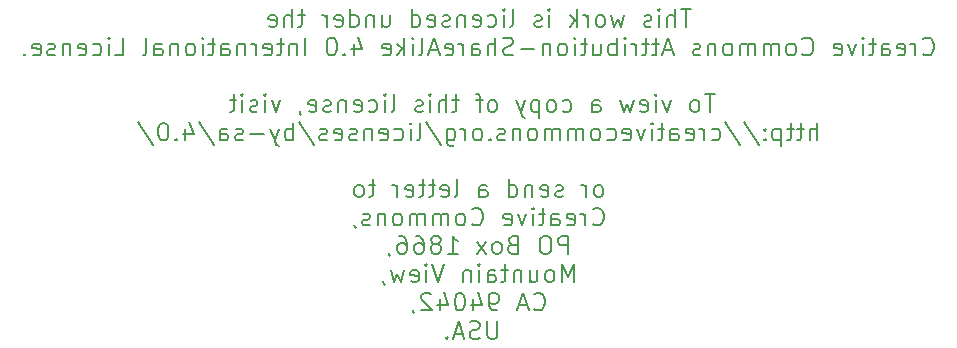
<source format=gbr>
G04 #@! TF.GenerationSoftware,KiCad,Pcbnew,(5.1.5)-3*
G04 #@! TF.CreationDate,2020-07-21T05:49:23-04:00*
G04 #@! TF.ProjectId,PCB,5043422e-6b69-4636-9164-5f7063625858,0*
G04 #@! TF.SameCoordinates,Original*
G04 #@! TF.FileFunction,Legend,Bot*
G04 #@! TF.FilePolarity,Positive*
%FSLAX46Y46*%
G04 Gerber Fmt 4.6, Leading zero omitted, Abs format (unit mm)*
G04 Created by KiCad (PCBNEW (5.1.5)-3) date 2020-07-21 05:49:23*
%MOMM*%
%LPD*%
G04 APERTURE LIST*
%ADD10C,0.150000*%
G04 APERTURE END LIST*
D10*
X235285714Y-147478571D02*
X234428571Y-147478571D01*
X234857142Y-148978571D02*
X234857142Y-147478571D01*
X233928571Y-148978571D02*
X233928571Y-147478571D01*
X233285714Y-148978571D02*
X233285714Y-148192857D01*
X233357142Y-148050000D01*
X233500000Y-147978571D01*
X233714285Y-147978571D01*
X233857142Y-148050000D01*
X233928571Y-148121428D01*
X232571428Y-148978571D02*
X232571428Y-147978571D01*
X232571428Y-147478571D02*
X232642857Y-147550000D01*
X232571428Y-147621428D01*
X232500000Y-147550000D01*
X232571428Y-147478571D01*
X232571428Y-147621428D01*
X231928571Y-148907142D02*
X231785714Y-148978571D01*
X231500000Y-148978571D01*
X231357142Y-148907142D01*
X231285714Y-148764285D01*
X231285714Y-148692857D01*
X231357142Y-148550000D01*
X231500000Y-148478571D01*
X231714285Y-148478571D01*
X231857142Y-148407142D01*
X231928571Y-148264285D01*
X231928571Y-148192857D01*
X231857142Y-148050000D01*
X231714285Y-147978571D01*
X231500000Y-147978571D01*
X231357142Y-148050000D01*
X229642857Y-147978571D02*
X229357142Y-148978571D01*
X229071428Y-148264285D01*
X228785714Y-148978571D01*
X228500000Y-147978571D01*
X227714285Y-148978571D02*
X227857142Y-148907142D01*
X227928571Y-148835714D01*
X228000000Y-148692857D01*
X228000000Y-148264285D01*
X227928571Y-148121428D01*
X227857142Y-148050000D01*
X227714285Y-147978571D01*
X227500000Y-147978571D01*
X227357142Y-148050000D01*
X227285714Y-148121428D01*
X227214285Y-148264285D01*
X227214285Y-148692857D01*
X227285714Y-148835714D01*
X227357142Y-148907142D01*
X227500000Y-148978571D01*
X227714285Y-148978571D01*
X226571428Y-148978571D02*
X226571428Y-147978571D01*
X226571428Y-148264285D02*
X226500000Y-148121428D01*
X226428571Y-148050000D01*
X226285714Y-147978571D01*
X226142857Y-147978571D01*
X225642857Y-148978571D02*
X225642857Y-147478571D01*
X225500000Y-148407142D02*
X225071428Y-148978571D01*
X225071428Y-147978571D02*
X225642857Y-148550000D01*
X223285714Y-148978571D02*
X223285714Y-147978571D01*
X223285714Y-147478571D02*
X223357142Y-147550000D01*
X223285714Y-147621428D01*
X223214285Y-147550000D01*
X223285714Y-147478571D01*
X223285714Y-147621428D01*
X222642857Y-148907142D02*
X222500000Y-148978571D01*
X222214285Y-148978571D01*
X222071428Y-148907142D01*
X222000000Y-148764285D01*
X222000000Y-148692857D01*
X222071428Y-148550000D01*
X222214285Y-148478571D01*
X222428571Y-148478571D01*
X222571428Y-148407142D01*
X222642857Y-148264285D01*
X222642857Y-148192857D01*
X222571428Y-148050000D01*
X222428571Y-147978571D01*
X222214285Y-147978571D01*
X222071428Y-148050000D01*
X220000000Y-148978571D02*
X220142857Y-148907142D01*
X220214285Y-148764285D01*
X220214285Y-147478571D01*
X219428571Y-148978571D02*
X219428571Y-147978571D01*
X219428571Y-147478571D02*
X219500000Y-147550000D01*
X219428571Y-147621428D01*
X219357142Y-147550000D01*
X219428571Y-147478571D01*
X219428571Y-147621428D01*
X218071428Y-148907142D02*
X218214285Y-148978571D01*
X218500000Y-148978571D01*
X218642857Y-148907142D01*
X218714285Y-148835714D01*
X218785714Y-148692857D01*
X218785714Y-148264285D01*
X218714285Y-148121428D01*
X218642857Y-148050000D01*
X218500000Y-147978571D01*
X218214285Y-147978571D01*
X218071428Y-148050000D01*
X216857142Y-148907142D02*
X217000000Y-148978571D01*
X217285714Y-148978571D01*
X217428571Y-148907142D01*
X217500000Y-148764285D01*
X217500000Y-148192857D01*
X217428571Y-148050000D01*
X217285714Y-147978571D01*
X217000000Y-147978571D01*
X216857142Y-148050000D01*
X216785714Y-148192857D01*
X216785714Y-148335714D01*
X217500000Y-148478571D01*
X216142857Y-147978571D02*
X216142857Y-148978571D01*
X216142857Y-148121428D02*
X216071428Y-148050000D01*
X215928571Y-147978571D01*
X215714285Y-147978571D01*
X215571428Y-148050000D01*
X215500000Y-148192857D01*
X215500000Y-148978571D01*
X214857142Y-148907142D02*
X214714285Y-148978571D01*
X214428571Y-148978571D01*
X214285714Y-148907142D01*
X214214285Y-148764285D01*
X214214285Y-148692857D01*
X214285714Y-148550000D01*
X214428571Y-148478571D01*
X214642857Y-148478571D01*
X214785714Y-148407142D01*
X214857142Y-148264285D01*
X214857142Y-148192857D01*
X214785714Y-148050000D01*
X214642857Y-147978571D01*
X214428571Y-147978571D01*
X214285714Y-148050000D01*
X213000000Y-148907142D02*
X213142857Y-148978571D01*
X213428571Y-148978571D01*
X213571428Y-148907142D01*
X213642857Y-148764285D01*
X213642857Y-148192857D01*
X213571428Y-148050000D01*
X213428571Y-147978571D01*
X213142857Y-147978571D01*
X213000000Y-148050000D01*
X212928571Y-148192857D01*
X212928571Y-148335714D01*
X213642857Y-148478571D01*
X211642857Y-148978571D02*
X211642857Y-147478571D01*
X211642857Y-148907142D02*
X211785714Y-148978571D01*
X212071428Y-148978571D01*
X212214285Y-148907142D01*
X212285714Y-148835714D01*
X212357142Y-148692857D01*
X212357142Y-148264285D01*
X212285714Y-148121428D01*
X212214285Y-148050000D01*
X212071428Y-147978571D01*
X211785714Y-147978571D01*
X211642857Y-148050000D01*
X209142857Y-147978571D02*
X209142857Y-148978571D01*
X209785714Y-147978571D02*
X209785714Y-148764285D01*
X209714285Y-148907142D01*
X209571428Y-148978571D01*
X209357142Y-148978571D01*
X209214285Y-148907142D01*
X209142857Y-148835714D01*
X208428571Y-147978571D02*
X208428571Y-148978571D01*
X208428571Y-148121428D02*
X208357142Y-148050000D01*
X208214285Y-147978571D01*
X208000000Y-147978571D01*
X207857142Y-148050000D01*
X207785714Y-148192857D01*
X207785714Y-148978571D01*
X206428571Y-148978571D02*
X206428571Y-147478571D01*
X206428571Y-148907142D02*
X206571428Y-148978571D01*
X206857142Y-148978571D01*
X207000000Y-148907142D01*
X207071428Y-148835714D01*
X207142857Y-148692857D01*
X207142857Y-148264285D01*
X207071428Y-148121428D01*
X207000000Y-148050000D01*
X206857142Y-147978571D01*
X206571428Y-147978571D01*
X206428571Y-148050000D01*
X205142857Y-148907142D02*
X205285714Y-148978571D01*
X205571428Y-148978571D01*
X205714285Y-148907142D01*
X205785714Y-148764285D01*
X205785714Y-148192857D01*
X205714285Y-148050000D01*
X205571428Y-147978571D01*
X205285714Y-147978571D01*
X205142857Y-148050000D01*
X205071428Y-148192857D01*
X205071428Y-148335714D01*
X205785714Y-148478571D01*
X204428571Y-148978571D02*
X204428571Y-147978571D01*
X204428571Y-148264285D02*
X204357142Y-148121428D01*
X204285714Y-148050000D01*
X204142857Y-147978571D01*
X204000000Y-147978571D01*
X202571428Y-147978571D02*
X202000000Y-147978571D01*
X202357142Y-147478571D02*
X202357142Y-148764285D01*
X202285714Y-148907142D01*
X202142857Y-148978571D01*
X202000000Y-148978571D01*
X201500000Y-148978571D02*
X201500000Y-147478571D01*
X200857142Y-148978571D02*
X200857142Y-148192857D01*
X200928571Y-148050000D01*
X201071428Y-147978571D01*
X201285714Y-147978571D01*
X201428571Y-148050000D01*
X201500000Y-148121428D01*
X199571428Y-148907142D02*
X199714285Y-148978571D01*
X200000000Y-148978571D01*
X200142857Y-148907142D01*
X200214285Y-148764285D01*
X200214285Y-148192857D01*
X200142857Y-148050000D01*
X200000000Y-147978571D01*
X199714285Y-147978571D01*
X199571428Y-148050000D01*
X199500000Y-148192857D01*
X199500000Y-148335714D01*
X200214285Y-148478571D01*
X254928571Y-151235714D02*
X254999999Y-151307142D01*
X255214285Y-151378571D01*
X255357142Y-151378571D01*
X255571428Y-151307142D01*
X255714285Y-151164285D01*
X255785714Y-151021428D01*
X255857142Y-150735714D01*
X255857142Y-150521428D01*
X255785714Y-150235714D01*
X255714285Y-150092857D01*
X255571428Y-149950000D01*
X255357142Y-149878571D01*
X255214285Y-149878571D01*
X254999999Y-149950000D01*
X254928571Y-150021428D01*
X254285714Y-151378571D02*
X254285714Y-150378571D01*
X254285714Y-150664285D02*
X254214285Y-150521428D01*
X254142857Y-150450000D01*
X253999999Y-150378571D01*
X253857142Y-150378571D01*
X252785714Y-151307142D02*
X252928571Y-151378571D01*
X253214285Y-151378571D01*
X253357142Y-151307142D01*
X253428571Y-151164285D01*
X253428571Y-150592857D01*
X253357142Y-150450000D01*
X253214285Y-150378571D01*
X252928571Y-150378571D01*
X252785714Y-150450000D01*
X252714285Y-150592857D01*
X252714285Y-150735714D01*
X253428571Y-150878571D01*
X251428571Y-151378571D02*
X251428571Y-150592857D01*
X251499999Y-150450000D01*
X251642857Y-150378571D01*
X251928571Y-150378571D01*
X252071428Y-150450000D01*
X251428571Y-151307142D02*
X251571428Y-151378571D01*
X251928571Y-151378571D01*
X252071428Y-151307142D01*
X252142857Y-151164285D01*
X252142857Y-151021428D01*
X252071428Y-150878571D01*
X251928571Y-150807142D01*
X251571428Y-150807142D01*
X251428571Y-150735714D01*
X250928571Y-150378571D02*
X250357142Y-150378571D01*
X250714285Y-149878571D02*
X250714285Y-151164285D01*
X250642857Y-151307142D01*
X250499999Y-151378571D01*
X250357142Y-151378571D01*
X249857142Y-151378571D02*
X249857142Y-150378571D01*
X249857142Y-149878571D02*
X249928571Y-149950000D01*
X249857142Y-150021428D01*
X249785714Y-149950000D01*
X249857142Y-149878571D01*
X249857142Y-150021428D01*
X249285714Y-150378571D02*
X248928571Y-151378571D01*
X248571428Y-150378571D01*
X247428571Y-151307142D02*
X247571428Y-151378571D01*
X247857142Y-151378571D01*
X247999999Y-151307142D01*
X248071428Y-151164285D01*
X248071428Y-150592857D01*
X247999999Y-150450000D01*
X247857142Y-150378571D01*
X247571428Y-150378571D01*
X247428571Y-150450000D01*
X247357142Y-150592857D01*
X247357142Y-150735714D01*
X248071428Y-150878571D01*
X244714285Y-151235714D02*
X244785714Y-151307142D01*
X244999999Y-151378571D01*
X245142857Y-151378571D01*
X245357142Y-151307142D01*
X245499999Y-151164285D01*
X245571428Y-151021428D01*
X245642857Y-150735714D01*
X245642857Y-150521428D01*
X245571428Y-150235714D01*
X245499999Y-150092857D01*
X245357142Y-149950000D01*
X245142857Y-149878571D01*
X244999999Y-149878571D01*
X244785714Y-149950000D01*
X244714285Y-150021428D01*
X243857142Y-151378571D02*
X243999999Y-151307142D01*
X244071428Y-151235714D01*
X244142857Y-151092857D01*
X244142857Y-150664285D01*
X244071428Y-150521428D01*
X243999999Y-150450000D01*
X243857142Y-150378571D01*
X243642857Y-150378571D01*
X243499999Y-150450000D01*
X243428571Y-150521428D01*
X243357142Y-150664285D01*
X243357142Y-151092857D01*
X243428571Y-151235714D01*
X243499999Y-151307142D01*
X243642857Y-151378571D01*
X243857142Y-151378571D01*
X242714285Y-151378571D02*
X242714285Y-150378571D01*
X242714285Y-150521428D02*
X242642857Y-150450000D01*
X242499999Y-150378571D01*
X242285714Y-150378571D01*
X242142857Y-150450000D01*
X242071428Y-150592857D01*
X242071428Y-151378571D01*
X242071428Y-150592857D02*
X241999999Y-150450000D01*
X241857142Y-150378571D01*
X241642857Y-150378571D01*
X241499999Y-150450000D01*
X241428571Y-150592857D01*
X241428571Y-151378571D01*
X240714285Y-151378571D02*
X240714285Y-150378571D01*
X240714285Y-150521428D02*
X240642857Y-150450000D01*
X240499999Y-150378571D01*
X240285714Y-150378571D01*
X240142857Y-150450000D01*
X240071428Y-150592857D01*
X240071428Y-151378571D01*
X240071428Y-150592857D02*
X239999999Y-150450000D01*
X239857142Y-150378571D01*
X239642857Y-150378571D01*
X239499999Y-150450000D01*
X239428571Y-150592857D01*
X239428571Y-151378571D01*
X238499999Y-151378571D02*
X238642857Y-151307142D01*
X238714285Y-151235714D01*
X238785714Y-151092857D01*
X238785714Y-150664285D01*
X238714285Y-150521428D01*
X238642857Y-150450000D01*
X238499999Y-150378571D01*
X238285714Y-150378571D01*
X238142857Y-150450000D01*
X238071428Y-150521428D01*
X237999999Y-150664285D01*
X237999999Y-151092857D01*
X238071428Y-151235714D01*
X238142857Y-151307142D01*
X238285714Y-151378571D01*
X238499999Y-151378571D01*
X237357142Y-150378571D02*
X237357142Y-151378571D01*
X237357142Y-150521428D02*
X237285714Y-150450000D01*
X237142857Y-150378571D01*
X236928571Y-150378571D01*
X236785714Y-150450000D01*
X236714285Y-150592857D01*
X236714285Y-151378571D01*
X236071428Y-151307142D02*
X235928571Y-151378571D01*
X235642857Y-151378571D01*
X235499999Y-151307142D01*
X235428571Y-151164285D01*
X235428571Y-151092857D01*
X235499999Y-150950000D01*
X235642857Y-150878571D01*
X235857142Y-150878571D01*
X235999999Y-150807142D01*
X236071428Y-150664285D01*
X236071428Y-150592857D01*
X235999999Y-150450000D01*
X235857142Y-150378571D01*
X235642857Y-150378571D01*
X235499999Y-150450000D01*
X233714285Y-150950000D02*
X232999999Y-150950000D01*
X233857142Y-151378571D02*
X233357142Y-149878571D01*
X232857142Y-151378571D01*
X232571428Y-150378571D02*
X231999999Y-150378571D01*
X232357142Y-149878571D02*
X232357142Y-151164285D01*
X232285714Y-151307142D01*
X232142857Y-151378571D01*
X231999999Y-151378571D01*
X231714285Y-150378571D02*
X231142857Y-150378571D01*
X231499999Y-149878571D02*
X231499999Y-151164285D01*
X231428571Y-151307142D01*
X231285714Y-151378571D01*
X231142857Y-151378571D01*
X230642857Y-151378571D02*
X230642857Y-150378571D01*
X230642857Y-150664285D02*
X230571428Y-150521428D01*
X230499999Y-150450000D01*
X230357142Y-150378571D01*
X230214285Y-150378571D01*
X229714285Y-151378571D02*
X229714285Y-150378571D01*
X229714285Y-149878571D02*
X229785714Y-149950000D01*
X229714285Y-150021428D01*
X229642857Y-149950000D01*
X229714285Y-149878571D01*
X229714285Y-150021428D01*
X228999999Y-151378571D02*
X228999999Y-149878571D01*
X228999999Y-150450000D02*
X228857142Y-150378571D01*
X228571428Y-150378571D01*
X228428571Y-150450000D01*
X228357142Y-150521428D01*
X228285714Y-150664285D01*
X228285714Y-151092857D01*
X228357142Y-151235714D01*
X228428571Y-151307142D01*
X228571428Y-151378571D01*
X228857142Y-151378571D01*
X228999999Y-151307142D01*
X226999999Y-150378571D02*
X226999999Y-151378571D01*
X227642857Y-150378571D02*
X227642857Y-151164285D01*
X227571428Y-151307142D01*
X227428571Y-151378571D01*
X227214285Y-151378571D01*
X227071428Y-151307142D01*
X226999999Y-151235714D01*
X226499999Y-150378571D02*
X225928571Y-150378571D01*
X226285714Y-149878571D02*
X226285714Y-151164285D01*
X226214285Y-151307142D01*
X226071428Y-151378571D01*
X225928571Y-151378571D01*
X225428571Y-151378571D02*
X225428571Y-150378571D01*
X225428571Y-149878571D02*
X225499999Y-149950000D01*
X225428571Y-150021428D01*
X225357142Y-149950000D01*
X225428571Y-149878571D01*
X225428571Y-150021428D01*
X224499999Y-151378571D02*
X224642857Y-151307142D01*
X224714285Y-151235714D01*
X224785714Y-151092857D01*
X224785714Y-150664285D01*
X224714285Y-150521428D01*
X224642857Y-150450000D01*
X224499999Y-150378571D01*
X224285714Y-150378571D01*
X224142857Y-150450000D01*
X224071428Y-150521428D01*
X223999999Y-150664285D01*
X223999999Y-151092857D01*
X224071428Y-151235714D01*
X224142857Y-151307142D01*
X224285714Y-151378571D01*
X224499999Y-151378571D01*
X223357142Y-150378571D02*
X223357142Y-151378571D01*
X223357142Y-150521428D02*
X223285714Y-150450000D01*
X223142857Y-150378571D01*
X222928571Y-150378571D01*
X222785714Y-150450000D01*
X222714285Y-150592857D01*
X222714285Y-151378571D01*
X221999999Y-150807142D02*
X220857142Y-150807142D01*
X220214285Y-151307142D02*
X219999999Y-151378571D01*
X219642857Y-151378571D01*
X219499999Y-151307142D01*
X219428571Y-151235714D01*
X219357142Y-151092857D01*
X219357142Y-150950000D01*
X219428571Y-150807142D01*
X219499999Y-150735714D01*
X219642857Y-150664285D01*
X219928571Y-150592857D01*
X220071428Y-150521428D01*
X220142857Y-150450000D01*
X220214285Y-150307142D01*
X220214285Y-150164285D01*
X220142857Y-150021428D01*
X220071428Y-149950000D01*
X219928571Y-149878571D01*
X219571428Y-149878571D01*
X219357142Y-149950000D01*
X218714285Y-151378571D02*
X218714285Y-149878571D01*
X218071428Y-151378571D02*
X218071428Y-150592857D01*
X218142857Y-150450000D01*
X218285714Y-150378571D01*
X218499999Y-150378571D01*
X218642857Y-150450000D01*
X218714285Y-150521428D01*
X216714285Y-151378571D02*
X216714285Y-150592857D01*
X216785714Y-150450000D01*
X216928571Y-150378571D01*
X217214285Y-150378571D01*
X217357142Y-150450000D01*
X216714285Y-151307142D02*
X216857142Y-151378571D01*
X217214285Y-151378571D01*
X217357142Y-151307142D01*
X217428571Y-151164285D01*
X217428571Y-151021428D01*
X217357142Y-150878571D01*
X217214285Y-150807142D01*
X216857142Y-150807142D01*
X216714285Y-150735714D01*
X215999999Y-151378571D02*
X215999999Y-150378571D01*
X215999999Y-150664285D02*
X215928571Y-150521428D01*
X215857142Y-150450000D01*
X215714285Y-150378571D01*
X215571428Y-150378571D01*
X214499999Y-151307142D02*
X214642857Y-151378571D01*
X214928571Y-151378571D01*
X215071428Y-151307142D01*
X215142857Y-151164285D01*
X215142857Y-150592857D01*
X215071428Y-150450000D01*
X214928571Y-150378571D01*
X214642857Y-150378571D01*
X214499999Y-150450000D01*
X214428571Y-150592857D01*
X214428571Y-150735714D01*
X215142857Y-150878571D01*
X213857142Y-150950000D02*
X213142857Y-150950000D01*
X213999999Y-151378571D02*
X213499999Y-149878571D01*
X212999999Y-151378571D01*
X212285714Y-151378571D02*
X212428571Y-151307142D01*
X212499999Y-151164285D01*
X212499999Y-149878571D01*
X211714285Y-151378571D02*
X211714285Y-150378571D01*
X211714285Y-149878571D02*
X211785714Y-149950000D01*
X211714285Y-150021428D01*
X211642857Y-149950000D01*
X211714285Y-149878571D01*
X211714285Y-150021428D01*
X210999999Y-151378571D02*
X210999999Y-149878571D01*
X210857142Y-150807142D02*
X210428571Y-151378571D01*
X210428571Y-150378571D02*
X210999999Y-150950000D01*
X209214285Y-151307142D02*
X209357142Y-151378571D01*
X209642857Y-151378571D01*
X209785714Y-151307142D01*
X209857142Y-151164285D01*
X209857142Y-150592857D01*
X209785714Y-150450000D01*
X209642857Y-150378571D01*
X209357142Y-150378571D01*
X209214285Y-150450000D01*
X209142857Y-150592857D01*
X209142857Y-150735714D01*
X209857142Y-150878571D01*
X206714285Y-150378571D02*
X206714285Y-151378571D01*
X207071428Y-149807142D02*
X207428571Y-150878571D01*
X206499999Y-150878571D01*
X205928571Y-151235714D02*
X205857142Y-151307142D01*
X205928571Y-151378571D01*
X205999999Y-151307142D01*
X205928571Y-151235714D01*
X205928571Y-151378571D01*
X204928571Y-149878571D02*
X204785714Y-149878571D01*
X204642857Y-149950000D01*
X204571428Y-150021428D01*
X204499999Y-150164285D01*
X204428571Y-150450000D01*
X204428571Y-150807142D01*
X204499999Y-151092857D01*
X204571428Y-151235714D01*
X204642857Y-151307142D01*
X204785714Y-151378571D01*
X204928571Y-151378571D01*
X205071428Y-151307142D01*
X205142857Y-151235714D01*
X205214285Y-151092857D01*
X205285714Y-150807142D01*
X205285714Y-150450000D01*
X205214285Y-150164285D01*
X205142857Y-150021428D01*
X205071428Y-149950000D01*
X204928571Y-149878571D01*
X202642857Y-151378571D02*
X202642857Y-149878571D01*
X201928571Y-150378571D02*
X201928571Y-151378571D01*
X201928571Y-150521428D02*
X201857142Y-150450000D01*
X201714285Y-150378571D01*
X201499999Y-150378571D01*
X201357142Y-150450000D01*
X201285714Y-150592857D01*
X201285714Y-151378571D01*
X200785714Y-150378571D02*
X200214285Y-150378571D01*
X200571428Y-149878571D02*
X200571428Y-151164285D01*
X200499999Y-151307142D01*
X200357142Y-151378571D01*
X200214285Y-151378571D01*
X199142857Y-151307142D02*
X199285714Y-151378571D01*
X199571428Y-151378571D01*
X199714285Y-151307142D01*
X199785714Y-151164285D01*
X199785714Y-150592857D01*
X199714285Y-150450000D01*
X199571428Y-150378571D01*
X199285714Y-150378571D01*
X199142857Y-150450000D01*
X199071428Y-150592857D01*
X199071428Y-150735714D01*
X199785714Y-150878571D01*
X198428571Y-151378571D02*
X198428571Y-150378571D01*
X198428571Y-150664285D02*
X198357142Y-150521428D01*
X198285714Y-150450000D01*
X198142857Y-150378571D01*
X197999999Y-150378571D01*
X197499999Y-150378571D02*
X197499999Y-151378571D01*
X197499999Y-150521428D02*
X197428571Y-150450000D01*
X197285714Y-150378571D01*
X197071428Y-150378571D01*
X196928571Y-150450000D01*
X196857142Y-150592857D01*
X196857142Y-151378571D01*
X195499999Y-151378571D02*
X195499999Y-150592857D01*
X195571428Y-150450000D01*
X195714285Y-150378571D01*
X195999999Y-150378571D01*
X196142857Y-150450000D01*
X195499999Y-151307142D02*
X195642857Y-151378571D01*
X195999999Y-151378571D01*
X196142857Y-151307142D01*
X196214285Y-151164285D01*
X196214285Y-151021428D01*
X196142857Y-150878571D01*
X195999999Y-150807142D01*
X195642857Y-150807142D01*
X195499999Y-150735714D01*
X194999999Y-150378571D02*
X194428571Y-150378571D01*
X194785714Y-149878571D02*
X194785714Y-151164285D01*
X194714285Y-151307142D01*
X194571428Y-151378571D01*
X194428571Y-151378571D01*
X193928571Y-151378571D02*
X193928571Y-150378571D01*
X193928571Y-149878571D02*
X193999999Y-149950000D01*
X193928571Y-150021428D01*
X193857142Y-149950000D01*
X193928571Y-149878571D01*
X193928571Y-150021428D01*
X192999999Y-151378571D02*
X193142857Y-151307142D01*
X193214285Y-151235714D01*
X193285714Y-151092857D01*
X193285714Y-150664285D01*
X193214285Y-150521428D01*
X193142857Y-150450000D01*
X192999999Y-150378571D01*
X192785714Y-150378571D01*
X192642857Y-150450000D01*
X192571428Y-150521428D01*
X192499999Y-150664285D01*
X192499999Y-151092857D01*
X192571428Y-151235714D01*
X192642857Y-151307142D01*
X192785714Y-151378571D01*
X192999999Y-151378571D01*
X191857142Y-150378571D02*
X191857142Y-151378571D01*
X191857142Y-150521428D02*
X191785714Y-150450000D01*
X191642857Y-150378571D01*
X191428571Y-150378571D01*
X191285714Y-150450000D01*
X191214285Y-150592857D01*
X191214285Y-151378571D01*
X189857142Y-151378571D02*
X189857142Y-150592857D01*
X189928571Y-150450000D01*
X190071428Y-150378571D01*
X190357142Y-150378571D01*
X190499999Y-150450000D01*
X189857142Y-151307142D02*
X189999999Y-151378571D01*
X190357142Y-151378571D01*
X190499999Y-151307142D01*
X190571428Y-151164285D01*
X190571428Y-151021428D01*
X190499999Y-150878571D01*
X190357142Y-150807142D01*
X189999999Y-150807142D01*
X189857142Y-150735714D01*
X188928571Y-151378571D02*
X189071428Y-151307142D01*
X189142857Y-151164285D01*
X189142857Y-149878571D01*
X186499999Y-151378571D02*
X187214285Y-151378571D01*
X187214285Y-149878571D01*
X185999999Y-151378571D02*
X185999999Y-150378571D01*
X185999999Y-149878571D02*
X186071428Y-149950000D01*
X185999999Y-150021428D01*
X185928571Y-149950000D01*
X185999999Y-149878571D01*
X185999999Y-150021428D01*
X184642857Y-151307142D02*
X184785714Y-151378571D01*
X185071428Y-151378571D01*
X185214285Y-151307142D01*
X185285714Y-151235714D01*
X185357142Y-151092857D01*
X185357142Y-150664285D01*
X185285714Y-150521428D01*
X185214285Y-150450000D01*
X185071428Y-150378571D01*
X184785714Y-150378571D01*
X184642857Y-150450000D01*
X183428571Y-151307142D02*
X183571428Y-151378571D01*
X183857142Y-151378571D01*
X183999999Y-151307142D01*
X184071428Y-151164285D01*
X184071428Y-150592857D01*
X183999999Y-150450000D01*
X183857142Y-150378571D01*
X183571428Y-150378571D01*
X183428571Y-150450000D01*
X183357142Y-150592857D01*
X183357142Y-150735714D01*
X184071428Y-150878571D01*
X182714285Y-150378571D02*
X182714285Y-151378571D01*
X182714285Y-150521428D02*
X182642857Y-150450000D01*
X182499999Y-150378571D01*
X182285714Y-150378571D01*
X182142857Y-150450000D01*
X182071428Y-150592857D01*
X182071428Y-151378571D01*
X181428571Y-151307142D02*
X181285714Y-151378571D01*
X180999999Y-151378571D01*
X180857142Y-151307142D01*
X180785714Y-151164285D01*
X180785714Y-151092857D01*
X180857142Y-150950000D01*
X180999999Y-150878571D01*
X181214285Y-150878571D01*
X181357142Y-150807142D01*
X181428571Y-150664285D01*
X181428571Y-150592857D01*
X181357142Y-150450000D01*
X181214285Y-150378571D01*
X180999999Y-150378571D01*
X180857142Y-150450000D01*
X179571428Y-151307142D02*
X179714285Y-151378571D01*
X179999999Y-151378571D01*
X180142857Y-151307142D01*
X180214285Y-151164285D01*
X180214285Y-150592857D01*
X180142857Y-150450000D01*
X179999999Y-150378571D01*
X179714285Y-150378571D01*
X179571428Y-150450000D01*
X179499999Y-150592857D01*
X179499999Y-150735714D01*
X180214285Y-150878571D01*
X178857142Y-151235714D02*
X178785714Y-151307142D01*
X178857142Y-151378571D01*
X178928571Y-151307142D01*
X178857142Y-151235714D01*
X178857142Y-151378571D01*
X237285714Y-154678571D02*
X236428571Y-154678571D01*
X236857142Y-156178571D02*
X236857142Y-154678571D01*
X235714285Y-156178571D02*
X235857142Y-156107142D01*
X235928571Y-156035714D01*
X236000000Y-155892857D01*
X236000000Y-155464285D01*
X235928571Y-155321428D01*
X235857142Y-155250000D01*
X235714285Y-155178571D01*
X235500000Y-155178571D01*
X235357142Y-155250000D01*
X235285714Y-155321428D01*
X235214285Y-155464285D01*
X235214285Y-155892857D01*
X235285714Y-156035714D01*
X235357142Y-156107142D01*
X235500000Y-156178571D01*
X235714285Y-156178571D01*
X233571428Y-155178571D02*
X233214285Y-156178571D01*
X232857142Y-155178571D01*
X232285714Y-156178571D02*
X232285714Y-155178571D01*
X232285714Y-154678571D02*
X232357142Y-154750000D01*
X232285714Y-154821428D01*
X232214285Y-154750000D01*
X232285714Y-154678571D01*
X232285714Y-154821428D01*
X231000000Y-156107142D02*
X231142857Y-156178571D01*
X231428571Y-156178571D01*
X231571428Y-156107142D01*
X231642857Y-155964285D01*
X231642857Y-155392857D01*
X231571428Y-155250000D01*
X231428571Y-155178571D01*
X231142857Y-155178571D01*
X231000000Y-155250000D01*
X230928571Y-155392857D01*
X230928571Y-155535714D01*
X231642857Y-155678571D01*
X230428571Y-155178571D02*
X230142857Y-156178571D01*
X229857142Y-155464285D01*
X229571428Y-156178571D01*
X229285714Y-155178571D01*
X226928571Y-156178571D02*
X226928571Y-155392857D01*
X227000000Y-155250000D01*
X227142857Y-155178571D01*
X227428571Y-155178571D01*
X227571428Y-155250000D01*
X226928571Y-156107142D02*
X227071428Y-156178571D01*
X227428571Y-156178571D01*
X227571428Y-156107142D01*
X227642857Y-155964285D01*
X227642857Y-155821428D01*
X227571428Y-155678571D01*
X227428571Y-155607142D01*
X227071428Y-155607142D01*
X226928571Y-155535714D01*
X224428571Y-156107142D02*
X224571428Y-156178571D01*
X224857142Y-156178571D01*
X225000000Y-156107142D01*
X225071428Y-156035714D01*
X225142857Y-155892857D01*
X225142857Y-155464285D01*
X225071428Y-155321428D01*
X225000000Y-155250000D01*
X224857142Y-155178571D01*
X224571428Y-155178571D01*
X224428571Y-155250000D01*
X223571428Y-156178571D02*
X223714285Y-156107142D01*
X223785714Y-156035714D01*
X223857142Y-155892857D01*
X223857142Y-155464285D01*
X223785714Y-155321428D01*
X223714285Y-155250000D01*
X223571428Y-155178571D01*
X223357142Y-155178571D01*
X223214285Y-155250000D01*
X223142857Y-155321428D01*
X223071428Y-155464285D01*
X223071428Y-155892857D01*
X223142857Y-156035714D01*
X223214285Y-156107142D01*
X223357142Y-156178571D01*
X223571428Y-156178571D01*
X222428571Y-155178571D02*
X222428571Y-156678571D01*
X222428571Y-155250000D02*
X222285714Y-155178571D01*
X222000000Y-155178571D01*
X221857142Y-155250000D01*
X221785714Y-155321428D01*
X221714285Y-155464285D01*
X221714285Y-155892857D01*
X221785714Y-156035714D01*
X221857142Y-156107142D01*
X222000000Y-156178571D01*
X222285714Y-156178571D01*
X222428571Y-156107142D01*
X221214285Y-155178571D02*
X220857142Y-156178571D01*
X220500000Y-155178571D02*
X220857142Y-156178571D01*
X221000000Y-156535714D01*
X221071428Y-156607142D01*
X221214285Y-156678571D01*
X218571428Y-156178571D02*
X218714285Y-156107142D01*
X218785714Y-156035714D01*
X218857142Y-155892857D01*
X218857142Y-155464285D01*
X218785714Y-155321428D01*
X218714285Y-155250000D01*
X218571428Y-155178571D01*
X218357142Y-155178571D01*
X218214285Y-155250000D01*
X218142857Y-155321428D01*
X218071428Y-155464285D01*
X218071428Y-155892857D01*
X218142857Y-156035714D01*
X218214285Y-156107142D01*
X218357142Y-156178571D01*
X218571428Y-156178571D01*
X217642857Y-155178571D02*
X217071428Y-155178571D01*
X217428571Y-156178571D02*
X217428571Y-154892857D01*
X217357142Y-154750000D01*
X217214285Y-154678571D01*
X217071428Y-154678571D01*
X215642857Y-155178571D02*
X215071428Y-155178571D01*
X215428571Y-154678571D02*
X215428571Y-155964285D01*
X215357142Y-156107142D01*
X215214285Y-156178571D01*
X215071428Y-156178571D01*
X214571428Y-156178571D02*
X214571428Y-154678571D01*
X213928571Y-156178571D02*
X213928571Y-155392857D01*
X214000000Y-155250000D01*
X214142857Y-155178571D01*
X214357142Y-155178571D01*
X214500000Y-155250000D01*
X214571428Y-155321428D01*
X213214285Y-156178571D02*
X213214285Y-155178571D01*
X213214285Y-154678571D02*
X213285714Y-154750000D01*
X213214285Y-154821428D01*
X213142857Y-154750000D01*
X213214285Y-154678571D01*
X213214285Y-154821428D01*
X212571428Y-156107142D02*
X212428571Y-156178571D01*
X212142857Y-156178571D01*
X212000000Y-156107142D01*
X211928571Y-155964285D01*
X211928571Y-155892857D01*
X212000000Y-155750000D01*
X212142857Y-155678571D01*
X212357142Y-155678571D01*
X212500000Y-155607142D01*
X212571428Y-155464285D01*
X212571428Y-155392857D01*
X212500000Y-155250000D01*
X212357142Y-155178571D01*
X212142857Y-155178571D01*
X212000000Y-155250000D01*
X209928571Y-156178571D02*
X210071428Y-156107142D01*
X210142857Y-155964285D01*
X210142857Y-154678571D01*
X209357142Y-156178571D02*
X209357142Y-155178571D01*
X209357142Y-154678571D02*
X209428571Y-154750000D01*
X209357142Y-154821428D01*
X209285714Y-154750000D01*
X209357142Y-154678571D01*
X209357142Y-154821428D01*
X208000000Y-156107142D02*
X208142857Y-156178571D01*
X208428571Y-156178571D01*
X208571428Y-156107142D01*
X208642857Y-156035714D01*
X208714285Y-155892857D01*
X208714285Y-155464285D01*
X208642857Y-155321428D01*
X208571428Y-155250000D01*
X208428571Y-155178571D01*
X208142857Y-155178571D01*
X208000000Y-155250000D01*
X206785714Y-156107142D02*
X206928571Y-156178571D01*
X207214285Y-156178571D01*
X207357142Y-156107142D01*
X207428571Y-155964285D01*
X207428571Y-155392857D01*
X207357142Y-155250000D01*
X207214285Y-155178571D01*
X206928571Y-155178571D01*
X206785714Y-155250000D01*
X206714285Y-155392857D01*
X206714285Y-155535714D01*
X207428571Y-155678571D01*
X206071428Y-155178571D02*
X206071428Y-156178571D01*
X206071428Y-155321428D02*
X206000000Y-155250000D01*
X205857142Y-155178571D01*
X205642857Y-155178571D01*
X205500000Y-155250000D01*
X205428571Y-155392857D01*
X205428571Y-156178571D01*
X204785714Y-156107142D02*
X204642857Y-156178571D01*
X204357142Y-156178571D01*
X204214285Y-156107142D01*
X204142857Y-155964285D01*
X204142857Y-155892857D01*
X204214285Y-155750000D01*
X204357142Y-155678571D01*
X204571428Y-155678571D01*
X204714285Y-155607142D01*
X204785714Y-155464285D01*
X204785714Y-155392857D01*
X204714285Y-155250000D01*
X204571428Y-155178571D01*
X204357142Y-155178571D01*
X204214285Y-155250000D01*
X202928571Y-156107142D02*
X203071428Y-156178571D01*
X203357142Y-156178571D01*
X203500000Y-156107142D01*
X203571428Y-155964285D01*
X203571428Y-155392857D01*
X203500000Y-155250000D01*
X203357142Y-155178571D01*
X203071428Y-155178571D01*
X202928571Y-155250000D01*
X202857142Y-155392857D01*
X202857142Y-155535714D01*
X203571428Y-155678571D01*
X202142857Y-156107142D02*
X202142857Y-156178571D01*
X202214285Y-156321428D01*
X202285714Y-156392857D01*
X200500000Y-155178571D02*
X200142857Y-156178571D01*
X199785714Y-155178571D01*
X199214285Y-156178571D02*
X199214285Y-155178571D01*
X199214285Y-154678571D02*
X199285714Y-154750000D01*
X199214285Y-154821428D01*
X199142857Y-154750000D01*
X199214285Y-154678571D01*
X199214285Y-154821428D01*
X198571428Y-156107142D02*
X198428571Y-156178571D01*
X198142857Y-156178571D01*
X198000000Y-156107142D01*
X197928571Y-155964285D01*
X197928571Y-155892857D01*
X198000000Y-155750000D01*
X198142857Y-155678571D01*
X198357142Y-155678571D01*
X198500000Y-155607142D01*
X198571428Y-155464285D01*
X198571428Y-155392857D01*
X198500000Y-155250000D01*
X198357142Y-155178571D01*
X198142857Y-155178571D01*
X198000000Y-155250000D01*
X197285714Y-156178571D02*
X197285714Y-155178571D01*
X197285714Y-154678571D02*
X197357142Y-154750000D01*
X197285714Y-154821428D01*
X197214285Y-154750000D01*
X197285714Y-154678571D01*
X197285714Y-154821428D01*
X196785714Y-155178571D02*
X196214285Y-155178571D01*
X196571428Y-154678571D02*
X196571428Y-155964285D01*
X196500000Y-156107142D01*
X196357142Y-156178571D01*
X196214285Y-156178571D01*
X245964285Y-158578571D02*
X245964285Y-157078571D01*
X245321428Y-158578571D02*
X245321428Y-157792857D01*
X245392857Y-157650000D01*
X245535714Y-157578571D01*
X245750000Y-157578571D01*
X245892857Y-157650000D01*
X245964285Y-157721428D01*
X244821428Y-157578571D02*
X244250000Y-157578571D01*
X244607142Y-157078571D02*
X244607142Y-158364285D01*
X244535714Y-158507142D01*
X244392857Y-158578571D01*
X244250000Y-158578571D01*
X243964285Y-157578571D02*
X243392857Y-157578571D01*
X243750000Y-157078571D02*
X243750000Y-158364285D01*
X243678571Y-158507142D01*
X243535714Y-158578571D01*
X243392857Y-158578571D01*
X242892857Y-157578571D02*
X242892857Y-159078571D01*
X242892857Y-157650000D02*
X242750000Y-157578571D01*
X242464285Y-157578571D01*
X242321428Y-157650000D01*
X242250000Y-157721428D01*
X242178571Y-157864285D01*
X242178571Y-158292857D01*
X242250000Y-158435714D01*
X242321428Y-158507142D01*
X242464285Y-158578571D01*
X242750000Y-158578571D01*
X242892857Y-158507142D01*
X241535714Y-158435714D02*
X241464285Y-158507142D01*
X241535714Y-158578571D01*
X241607142Y-158507142D01*
X241535714Y-158435714D01*
X241535714Y-158578571D01*
X241535714Y-157650000D02*
X241464285Y-157721428D01*
X241535714Y-157792857D01*
X241607142Y-157721428D01*
X241535714Y-157650000D01*
X241535714Y-157792857D01*
X239750000Y-157007142D02*
X241035714Y-158935714D01*
X238178571Y-157007142D02*
X239464285Y-158935714D01*
X237035714Y-158507142D02*
X237178571Y-158578571D01*
X237464285Y-158578571D01*
X237607142Y-158507142D01*
X237678571Y-158435714D01*
X237749999Y-158292857D01*
X237749999Y-157864285D01*
X237678571Y-157721428D01*
X237607142Y-157650000D01*
X237464285Y-157578571D01*
X237178571Y-157578571D01*
X237035714Y-157650000D01*
X236392857Y-158578571D02*
X236392857Y-157578571D01*
X236392857Y-157864285D02*
X236321428Y-157721428D01*
X236249999Y-157650000D01*
X236107142Y-157578571D01*
X235964285Y-157578571D01*
X234892857Y-158507142D02*
X235035714Y-158578571D01*
X235321428Y-158578571D01*
X235464285Y-158507142D01*
X235535714Y-158364285D01*
X235535714Y-157792857D01*
X235464285Y-157650000D01*
X235321428Y-157578571D01*
X235035714Y-157578571D01*
X234892857Y-157650000D01*
X234821428Y-157792857D01*
X234821428Y-157935714D01*
X235535714Y-158078571D01*
X233535714Y-158578571D02*
X233535714Y-157792857D01*
X233607142Y-157650000D01*
X233750000Y-157578571D01*
X234035714Y-157578571D01*
X234178571Y-157650000D01*
X233535714Y-158507142D02*
X233678571Y-158578571D01*
X234035714Y-158578571D01*
X234178571Y-158507142D01*
X234250000Y-158364285D01*
X234250000Y-158221428D01*
X234178571Y-158078571D01*
X234035714Y-158007142D01*
X233678571Y-158007142D01*
X233535714Y-157935714D01*
X233035714Y-157578571D02*
X232464285Y-157578571D01*
X232821428Y-157078571D02*
X232821428Y-158364285D01*
X232750000Y-158507142D01*
X232607142Y-158578571D01*
X232464285Y-158578571D01*
X231964285Y-158578571D02*
X231964285Y-157578571D01*
X231964285Y-157078571D02*
X232035714Y-157150000D01*
X231964285Y-157221428D01*
X231892857Y-157150000D01*
X231964285Y-157078571D01*
X231964285Y-157221428D01*
X231392857Y-157578571D02*
X231035714Y-158578571D01*
X230678571Y-157578571D01*
X229535714Y-158507142D02*
X229678571Y-158578571D01*
X229964285Y-158578571D01*
X230107142Y-158507142D01*
X230178571Y-158364285D01*
X230178571Y-157792857D01*
X230107142Y-157650000D01*
X229964285Y-157578571D01*
X229678571Y-157578571D01*
X229535714Y-157650000D01*
X229464285Y-157792857D01*
X229464285Y-157935714D01*
X230178571Y-158078571D01*
X228178571Y-158507142D02*
X228321428Y-158578571D01*
X228607142Y-158578571D01*
X228750000Y-158507142D01*
X228821428Y-158435714D01*
X228892857Y-158292857D01*
X228892857Y-157864285D01*
X228821428Y-157721428D01*
X228750000Y-157650000D01*
X228607142Y-157578571D01*
X228321428Y-157578571D01*
X228178571Y-157650000D01*
X227321428Y-158578571D02*
X227464285Y-158507142D01*
X227535714Y-158435714D01*
X227607142Y-158292857D01*
X227607142Y-157864285D01*
X227535714Y-157721428D01*
X227464285Y-157650000D01*
X227321428Y-157578571D01*
X227107142Y-157578571D01*
X226964285Y-157650000D01*
X226892857Y-157721428D01*
X226821428Y-157864285D01*
X226821428Y-158292857D01*
X226892857Y-158435714D01*
X226964285Y-158507142D01*
X227107142Y-158578571D01*
X227321428Y-158578571D01*
X226178571Y-158578571D02*
X226178571Y-157578571D01*
X226178571Y-157721428D02*
X226107142Y-157650000D01*
X225964285Y-157578571D01*
X225750000Y-157578571D01*
X225607142Y-157650000D01*
X225535714Y-157792857D01*
X225535714Y-158578571D01*
X225535714Y-157792857D02*
X225464285Y-157650000D01*
X225321428Y-157578571D01*
X225107142Y-157578571D01*
X224964285Y-157650000D01*
X224892857Y-157792857D01*
X224892857Y-158578571D01*
X224178571Y-158578571D02*
X224178571Y-157578571D01*
X224178571Y-157721428D02*
X224107142Y-157650000D01*
X223964285Y-157578571D01*
X223750000Y-157578571D01*
X223607142Y-157650000D01*
X223535714Y-157792857D01*
X223535714Y-158578571D01*
X223535714Y-157792857D02*
X223464285Y-157650000D01*
X223321428Y-157578571D01*
X223107142Y-157578571D01*
X222964285Y-157650000D01*
X222892857Y-157792857D01*
X222892857Y-158578571D01*
X221964285Y-158578571D02*
X222107142Y-158507142D01*
X222178571Y-158435714D01*
X222250000Y-158292857D01*
X222250000Y-157864285D01*
X222178571Y-157721428D01*
X222107142Y-157650000D01*
X221964285Y-157578571D01*
X221750000Y-157578571D01*
X221607142Y-157650000D01*
X221535714Y-157721428D01*
X221464285Y-157864285D01*
X221464285Y-158292857D01*
X221535714Y-158435714D01*
X221607142Y-158507142D01*
X221750000Y-158578571D01*
X221964285Y-158578571D01*
X220821428Y-157578571D02*
X220821428Y-158578571D01*
X220821428Y-157721428D02*
X220750000Y-157650000D01*
X220607142Y-157578571D01*
X220392857Y-157578571D01*
X220249999Y-157650000D01*
X220178571Y-157792857D01*
X220178571Y-158578571D01*
X219535714Y-158507142D02*
X219392857Y-158578571D01*
X219107142Y-158578571D01*
X218964285Y-158507142D01*
X218892857Y-158364285D01*
X218892857Y-158292857D01*
X218964285Y-158150000D01*
X219107142Y-158078571D01*
X219321428Y-158078571D01*
X219464285Y-158007142D01*
X219535714Y-157864285D01*
X219535714Y-157792857D01*
X219464285Y-157650000D01*
X219321428Y-157578571D01*
X219107142Y-157578571D01*
X218964285Y-157650000D01*
X218249999Y-158435714D02*
X218178571Y-158507142D01*
X218249999Y-158578571D01*
X218321428Y-158507142D01*
X218249999Y-158435714D01*
X218249999Y-158578571D01*
X217321428Y-158578571D02*
X217464285Y-158507142D01*
X217535714Y-158435714D01*
X217607142Y-158292857D01*
X217607142Y-157864285D01*
X217535714Y-157721428D01*
X217464285Y-157650000D01*
X217321428Y-157578571D01*
X217107142Y-157578571D01*
X216964285Y-157650000D01*
X216892857Y-157721428D01*
X216821428Y-157864285D01*
X216821428Y-158292857D01*
X216892857Y-158435714D01*
X216964285Y-158507142D01*
X217107142Y-158578571D01*
X217321428Y-158578571D01*
X216178571Y-158578571D02*
X216178571Y-157578571D01*
X216178571Y-157864285D02*
X216107142Y-157721428D01*
X216035714Y-157650000D01*
X215892857Y-157578571D01*
X215749999Y-157578571D01*
X214607142Y-157578571D02*
X214607142Y-158792857D01*
X214678571Y-158935714D01*
X214749999Y-159007142D01*
X214892857Y-159078571D01*
X215107142Y-159078571D01*
X215249999Y-159007142D01*
X214607142Y-158507142D02*
X214749999Y-158578571D01*
X215035714Y-158578571D01*
X215178571Y-158507142D01*
X215249999Y-158435714D01*
X215321428Y-158292857D01*
X215321428Y-157864285D01*
X215249999Y-157721428D01*
X215178571Y-157650000D01*
X215035714Y-157578571D01*
X214749999Y-157578571D01*
X214607142Y-157650000D01*
X212821428Y-157007142D02*
X214107142Y-158935714D01*
X212107142Y-158578571D02*
X212249999Y-158507142D01*
X212321428Y-158364285D01*
X212321428Y-157078571D01*
X211535714Y-158578571D02*
X211535714Y-157578571D01*
X211535714Y-157078571D02*
X211607142Y-157150000D01*
X211535714Y-157221428D01*
X211464285Y-157150000D01*
X211535714Y-157078571D01*
X211535714Y-157221428D01*
X210178571Y-158507142D02*
X210321428Y-158578571D01*
X210607142Y-158578571D01*
X210749999Y-158507142D01*
X210821428Y-158435714D01*
X210892857Y-158292857D01*
X210892857Y-157864285D01*
X210821428Y-157721428D01*
X210749999Y-157650000D01*
X210607142Y-157578571D01*
X210321428Y-157578571D01*
X210178571Y-157650000D01*
X208964285Y-158507142D02*
X209107142Y-158578571D01*
X209392857Y-158578571D01*
X209535714Y-158507142D01*
X209607142Y-158364285D01*
X209607142Y-157792857D01*
X209535714Y-157650000D01*
X209392857Y-157578571D01*
X209107142Y-157578571D01*
X208964285Y-157650000D01*
X208892857Y-157792857D01*
X208892857Y-157935714D01*
X209607142Y-158078571D01*
X208249999Y-157578571D02*
X208249999Y-158578571D01*
X208249999Y-157721428D02*
X208178571Y-157650000D01*
X208035714Y-157578571D01*
X207821428Y-157578571D01*
X207678571Y-157650000D01*
X207607142Y-157792857D01*
X207607142Y-158578571D01*
X206964285Y-158507142D02*
X206821428Y-158578571D01*
X206535714Y-158578571D01*
X206392857Y-158507142D01*
X206321428Y-158364285D01*
X206321428Y-158292857D01*
X206392857Y-158150000D01*
X206535714Y-158078571D01*
X206749999Y-158078571D01*
X206892857Y-158007142D01*
X206964285Y-157864285D01*
X206964285Y-157792857D01*
X206892857Y-157650000D01*
X206749999Y-157578571D01*
X206535714Y-157578571D01*
X206392857Y-157650000D01*
X205107142Y-158507142D02*
X205249999Y-158578571D01*
X205535714Y-158578571D01*
X205678571Y-158507142D01*
X205749999Y-158364285D01*
X205749999Y-157792857D01*
X205678571Y-157650000D01*
X205535714Y-157578571D01*
X205249999Y-157578571D01*
X205107142Y-157650000D01*
X205035714Y-157792857D01*
X205035714Y-157935714D01*
X205749999Y-158078571D01*
X204464285Y-158507142D02*
X204321428Y-158578571D01*
X204035714Y-158578571D01*
X203892857Y-158507142D01*
X203821428Y-158364285D01*
X203821428Y-158292857D01*
X203892857Y-158150000D01*
X204035714Y-158078571D01*
X204249999Y-158078571D01*
X204392857Y-158007142D01*
X204464285Y-157864285D01*
X204464285Y-157792857D01*
X204392857Y-157650000D01*
X204249999Y-157578571D01*
X204035714Y-157578571D01*
X203892857Y-157650000D01*
X202107142Y-157007142D02*
X203392857Y-158935714D01*
X201607142Y-158578571D02*
X201607142Y-157078571D01*
X201607142Y-157650000D02*
X201464285Y-157578571D01*
X201178571Y-157578571D01*
X201035714Y-157650000D01*
X200964285Y-157721428D01*
X200892857Y-157864285D01*
X200892857Y-158292857D01*
X200964285Y-158435714D01*
X201035714Y-158507142D01*
X201178571Y-158578571D01*
X201464285Y-158578571D01*
X201607142Y-158507142D01*
X200392857Y-157578571D02*
X200035714Y-158578571D01*
X199678571Y-157578571D02*
X200035714Y-158578571D01*
X200178571Y-158935714D01*
X200249999Y-159007142D01*
X200392857Y-159078571D01*
X199107142Y-158007142D02*
X197964285Y-158007142D01*
X197321428Y-158507142D02*
X197178571Y-158578571D01*
X196892857Y-158578571D01*
X196749999Y-158507142D01*
X196678571Y-158364285D01*
X196678571Y-158292857D01*
X196749999Y-158150000D01*
X196892857Y-158078571D01*
X197107142Y-158078571D01*
X197249999Y-158007142D01*
X197321428Y-157864285D01*
X197321428Y-157792857D01*
X197249999Y-157650000D01*
X197107142Y-157578571D01*
X196892857Y-157578571D01*
X196749999Y-157650000D01*
X195392857Y-158578571D02*
X195392857Y-157792857D01*
X195464285Y-157650000D01*
X195607142Y-157578571D01*
X195892857Y-157578571D01*
X196035714Y-157650000D01*
X195392857Y-158507142D02*
X195535714Y-158578571D01*
X195892857Y-158578571D01*
X196035714Y-158507142D01*
X196107142Y-158364285D01*
X196107142Y-158221428D01*
X196035714Y-158078571D01*
X195892857Y-158007142D01*
X195535714Y-158007142D01*
X195392857Y-157935714D01*
X193607142Y-157007142D02*
X194892857Y-158935714D01*
X192464285Y-157578571D02*
X192464285Y-158578571D01*
X192821428Y-157007142D02*
X193178571Y-158078571D01*
X192249999Y-158078571D01*
X191678571Y-158435714D02*
X191607142Y-158507142D01*
X191678571Y-158578571D01*
X191749999Y-158507142D01*
X191678571Y-158435714D01*
X191678571Y-158578571D01*
X190678571Y-157078571D02*
X190535714Y-157078571D01*
X190392857Y-157150000D01*
X190321428Y-157221428D01*
X190249999Y-157364285D01*
X190178571Y-157650000D01*
X190178571Y-158007142D01*
X190249999Y-158292857D01*
X190321428Y-158435714D01*
X190392857Y-158507142D01*
X190535714Y-158578571D01*
X190678571Y-158578571D01*
X190821428Y-158507142D01*
X190892857Y-158435714D01*
X190964285Y-158292857D01*
X191035714Y-158007142D01*
X191035714Y-157650000D01*
X190964285Y-157364285D01*
X190892857Y-157221428D01*
X190821428Y-157150000D01*
X190678571Y-157078571D01*
X188464285Y-157007142D02*
X189749999Y-158935714D01*
X227571428Y-163378571D02*
X227714285Y-163307142D01*
X227785714Y-163235714D01*
X227857142Y-163092857D01*
X227857142Y-162664285D01*
X227785714Y-162521428D01*
X227714285Y-162450000D01*
X227571428Y-162378571D01*
X227357142Y-162378571D01*
X227214285Y-162450000D01*
X227142857Y-162521428D01*
X227071428Y-162664285D01*
X227071428Y-163092857D01*
X227142857Y-163235714D01*
X227214285Y-163307142D01*
X227357142Y-163378571D01*
X227571428Y-163378571D01*
X226428571Y-163378571D02*
X226428571Y-162378571D01*
X226428571Y-162664285D02*
X226357142Y-162521428D01*
X226285714Y-162450000D01*
X226142857Y-162378571D01*
X226000000Y-162378571D01*
X224428571Y-163307142D02*
X224285714Y-163378571D01*
X224000000Y-163378571D01*
X223857142Y-163307142D01*
X223785714Y-163164285D01*
X223785714Y-163092857D01*
X223857142Y-162950000D01*
X224000000Y-162878571D01*
X224214285Y-162878571D01*
X224357142Y-162807142D01*
X224428571Y-162664285D01*
X224428571Y-162592857D01*
X224357142Y-162450000D01*
X224214285Y-162378571D01*
X224000000Y-162378571D01*
X223857142Y-162450000D01*
X222571428Y-163307142D02*
X222714285Y-163378571D01*
X223000000Y-163378571D01*
X223142857Y-163307142D01*
X223214285Y-163164285D01*
X223214285Y-162592857D01*
X223142857Y-162450000D01*
X223000000Y-162378571D01*
X222714285Y-162378571D01*
X222571428Y-162450000D01*
X222500000Y-162592857D01*
X222500000Y-162735714D01*
X223214285Y-162878571D01*
X221857142Y-162378571D02*
X221857142Y-163378571D01*
X221857142Y-162521428D02*
X221785714Y-162450000D01*
X221642857Y-162378571D01*
X221428571Y-162378571D01*
X221285714Y-162450000D01*
X221214285Y-162592857D01*
X221214285Y-163378571D01*
X219857142Y-163378571D02*
X219857142Y-161878571D01*
X219857142Y-163307142D02*
X220000000Y-163378571D01*
X220285714Y-163378571D01*
X220428571Y-163307142D01*
X220500000Y-163235714D01*
X220571428Y-163092857D01*
X220571428Y-162664285D01*
X220500000Y-162521428D01*
X220428571Y-162450000D01*
X220285714Y-162378571D01*
X220000000Y-162378571D01*
X219857142Y-162450000D01*
X217357142Y-163378571D02*
X217357142Y-162592857D01*
X217428571Y-162450000D01*
X217571428Y-162378571D01*
X217857142Y-162378571D01*
X218000000Y-162450000D01*
X217357142Y-163307142D02*
X217500000Y-163378571D01*
X217857142Y-163378571D01*
X218000000Y-163307142D01*
X218071428Y-163164285D01*
X218071428Y-163021428D01*
X218000000Y-162878571D01*
X217857142Y-162807142D01*
X217500000Y-162807142D01*
X217357142Y-162735714D01*
X215285714Y-163378571D02*
X215428571Y-163307142D01*
X215500000Y-163164285D01*
X215500000Y-161878571D01*
X214142857Y-163307142D02*
X214285714Y-163378571D01*
X214571428Y-163378571D01*
X214714285Y-163307142D01*
X214785714Y-163164285D01*
X214785714Y-162592857D01*
X214714285Y-162450000D01*
X214571428Y-162378571D01*
X214285714Y-162378571D01*
X214142857Y-162450000D01*
X214071428Y-162592857D01*
X214071428Y-162735714D01*
X214785714Y-162878571D01*
X213642857Y-162378571D02*
X213071428Y-162378571D01*
X213428571Y-161878571D02*
X213428571Y-163164285D01*
X213357142Y-163307142D01*
X213214285Y-163378571D01*
X213071428Y-163378571D01*
X212785714Y-162378571D02*
X212214285Y-162378571D01*
X212571428Y-161878571D02*
X212571428Y-163164285D01*
X212500000Y-163307142D01*
X212357142Y-163378571D01*
X212214285Y-163378571D01*
X211142857Y-163307142D02*
X211285714Y-163378571D01*
X211571428Y-163378571D01*
X211714285Y-163307142D01*
X211785714Y-163164285D01*
X211785714Y-162592857D01*
X211714285Y-162450000D01*
X211571428Y-162378571D01*
X211285714Y-162378571D01*
X211142857Y-162450000D01*
X211071428Y-162592857D01*
X211071428Y-162735714D01*
X211785714Y-162878571D01*
X210428571Y-163378571D02*
X210428571Y-162378571D01*
X210428571Y-162664285D02*
X210357142Y-162521428D01*
X210285714Y-162450000D01*
X210142857Y-162378571D01*
X210000000Y-162378571D01*
X208571428Y-162378571D02*
X208000000Y-162378571D01*
X208357142Y-161878571D02*
X208357142Y-163164285D01*
X208285714Y-163307142D01*
X208142857Y-163378571D01*
X208000000Y-163378571D01*
X207285714Y-163378571D02*
X207428571Y-163307142D01*
X207500000Y-163235714D01*
X207571428Y-163092857D01*
X207571428Y-162664285D01*
X207500000Y-162521428D01*
X207428571Y-162450000D01*
X207285714Y-162378571D01*
X207071428Y-162378571D01*
X206928571Y-162450000D01*
X206857142Y-162521428D01*
X206785714Y-162664285D01*
X206785714Y-163092857D01*
X206857142Y-163235714D01*
X206928571Y-163307142D01*
X207071428Y-163378571D01*
X207285714Y-163378571D01*
X226964285Y-165635714D02*
X227035714Y-165707142D01*
X227250000Y-165778571D01*
X227392857Y-165778571D01*
X227607142Y-165707142D01*
X227750000Y-165564285D01*
X227821428Y-165421428D01*
X227892857Y-165135714D01*
X227892857Y-164921428D01*
X227821428Y-164635714D01*
X227750000Y-164492857D01*
X227607142Y-164350000D01*
X227392857Y-164278571D01*
X227250000Y-164278571D01*
X227035714Y-164350000D01*
X226964285Y-164421428D01*
X226321428Y-165778571D02*
X226321428Y-164778571D01*
X226321428Y-165064285D02*
X226250000Y-164921428D01*
X226178571Y-164850000D01*
X226035714Y-164778571D01*
X225892857Y-164778571D01*
X224821428Y-165707142D02*
X224964285Y-165778571D01*
X225250000Y-165778571D01*
X225392857Y-165707142D01*
X225464285Y-165564285D01*
X225464285Y-164992857D01*
X225392857Y-164850000D01*
X225250000Y-164778571D01*
X224964285Y-164778571D01*
X224821428Y-164850000D01*
X224750000Y-164992857D01*
X224750000Y-165135714D01*
X225464285Y-165278571D01*
X223464285Y-165778571D02*
X223464285Y-164992857D01*
X223535714Y-164850000D01*
X223678571Y-164778571D01*
X223964285Y-164778571D01*
X224107142Y-164850000D01*
X223464285Y-165707142D02*
X223607142Y-165778571D01*
X223964285Y-165778571D01*
X224107142Y-165707142D01*
X224178571Y-165564285D01*
X224178571Y-165421428D01*
X224107142Y-165278571D01*
X223964285Y-165207142D01*
X223607142Y-165207142D01*
X223464285Y-165135714D01*
X222964285Y-164778571D02*
X222392857Y-164778571D01*
X222750000Y-164278571D02*
X222750000Y-165564285D01*
X222678571Y-165707142D01*
X222535714Y-165778571D01*
X222392857Y-165778571D01*
X221892857Y-165778571D02*
X221892857Y-164778571D01*
X221892857Y-164278571D02*
X221964285Y-164350000D01*
X221892857Y-164421428D01*
X221821428Y-164350000D01*
X221892857Y-164278571D01*
X221892857Y-164421428D01*
X221321428Y-164778571D02*
X220964285Y-165778571D01*
X220607142Y-164778571D01*
X219464285Y-165707142D02*
X219607142Y-165778571D01*
X219892857Y-165778571D01*
X220035714Y-165707142D01*
X220107142Y-165564285D01*
X220107142Y-164992857D01*
X220035714Y-164850000D01*
X219892857Y-164778571D01*
X219607142Y-164778571D01*
X219464285Y-164850000D01*
X219392857Y-164992857D01*
X219392857Y-165135714D01*
X220107142Y-165278571D01*
X216750000Y-165635714D02*
X216821428Y-165707142D01*
X217035714Y-165778571D01*
X217178571Y-165778571D01*
X217392857Y-165707142D01*
X217535714Y-165564285D01*
X217607142Y-165421428D01*
X217678571Y-165135714D01*
X217678571Y-164921428D01*
X217607142Y-164635714D01*
X217535714Y-164492857D01*
X217392857Y-164350000D01*
X217178571Y-164278571D01*
X217035714Y-164278571D01*
X216821428Y-164350000D01*
X216750000Y-164421428D01*
X215892857Y-165778571D02*
X216035714Y-165707142D01*
X216107142Y-165635714D01*
X216178571Y-165492857D01*
X216178571Y-165064285D01*
X216107142Y-164921428D01*
X216035714Y-164850000D01*
X215892857Y-164778571D01*
X215678571Y-164778571D01*
X215535714Y-164850000D01*
X215464285Y-164921428D01*
X215392857Y-165064285D01*
X215392857Y-165492857D01*
X215464285Y-165635714D01*
X215535714Y-165707142D01*
X215678571Y-165778571D01*
X215892857Y-165778571D01*
X214750000Y-165778571D02*
X214750000Y-164778571D01*
X214750000Y-164921428D02*
X214678571Y-164850000D01*
X214535714Y-164778571D01*
X214321428Y-164778571D01*
X214178571Y-164850000D01*
X214107142Y-164992857D01*
X214107142Y-165778571D01*
X214107142Y-164992857D02*
X214035714Y-164850000D01*
X213892857Y-164778571D01*
X213678571Y-164778571D01*
X213535714Y-164850000D01*
X213464285Y-164992857D01*
X213464285Y-165778571D01*
X212750000Y-165778571D02*
X212750000Y-164778571D01*
X212750000Y-164921428D02*
X212678571Y-164850000D01*
X212535714Y-164778571D01*
X212321428Y-164778571D01*
X212178571Y-164850000D01*
X212107142Y-164992857D01*
X212107142Y-165778571D01*
X212107142Y-164992857D02*
X212035714Y-164850000D01*
X211892857Y-164778571D01*
X211678571Y-164778571D01*
X211535714Y-164850000D01*
X211464285Y-164992857D01*
X211464285Y-165778571D01*
X210535714Y-165778571D02*
X210678571Y-165707142D01*
X210750000Y-165635714D01*
X210821428Y-165492857D01*
X210821428Y-165064285D01*
X210750000Y-164921428D01*
X210678571Y-164850000D01*
X210535714Y-164778571D01*
X210321428Y-164778571D01*
X210178571Y-164850000D01*
X210107142Y-164921428D01*
X210035714Y-165064285D01*
X210035714Y-165492857D01*
X210107142Y-165635714D01*
X210178571Y-165707142D01*
X210321428Y-165778571D01*
X210535714Y-165778571D01*
X209392857Y-164778571D02*
X209392857Y-165778571D01*
X209392857Y-164921428D02*
X209321428Y-164850000D01*
X209178571Y-164778571D01*
X208964285Y-164778571D01*
X208821428Y-164850000D01*
X208750000Y-164992857D01*
X208750000Y-165778571D01*
X208107142Y-165707142D02*
X207964285Y-165778571D01*
X207678571Y-165778571D01*
X207535714Y-165707142D01*
X207464285Y-165564285D01*
X207464285Y-165492857D01*
X207535714Y-165350000D01*
X207678571Y-165278571D01*
X207892857Y-165278571D01*
X208035714Y-165207142D01*
X208107142Y-165064285D01*
X208107142Y-164992857D01*
X208035714Y-164850000D01*
X207892857Y-164778571D01*
X207678571Y-164778571D01*
X207535714Y-164850000D01*
X206750000Y-165707142D02*
X206750000Y-165778571D01*
X206821428Y-165921428D01*
X206892857Y-165992857D01*
X224892857Y-168178571D02*
X224892857Y-166678571D01*
X224321428Y-166678571D01*
X224178571Y-166750000D01*
X224107142Y-166821428D01*
X224035714Y-166964285D01*
X224035714Y-167178571D01*
X224107142Y-167321428D01*
X224178571Y-167392857D01*
X224321428Y-167464285D01*
X224892857Y-167464285D01*
X223107142Y-166678571D02*
X222821428Y-166678571D01*
X222678571Y-166750000D01*
X222535714Y-166892857D01*
X222464285Y-167178571D01*
X222464285Y-167678571D01*
X222535714Y-167964285D01*
X222678571Y-168107142D01*
X222821428Y-168178571D01*
X223107142Y-168178571D01*
X223250000Y-168107142D01*
X223392857Y-167964285D01*
X223464285Y-167678571D01*
X223464285Y-167178571D01*
X223392857Y-166892857D01*
X223250000Y-166750000D01*
X223107142Y-166678571D01*
X220178571Y-167392857D02*
X219964285Y-167464285D01*
X219892857Y-167535714D01*
X219821428Y-167678571D01*
X219821428Y-167892857D01*
X219892857Y-168035714D01*
X219964285Y-168107142D01*
X220107142Y-168178571D01*
X220678571Y-168178571D01*
X220678571Y-166678571D01*
X220178571Y-166678571D01*
X220035714Y-166750000D01*
X219964285Y-166821428D01*
X219892857Y-166964285D01*
X219892857Y-167107142D01*
X219964285Y-167250000D01*
X220035714Y-167321428D01*
X220178571Y-167392857D01*
X220678571Y-167392857D01*
X218964285Y-168178571D02*
X219107142Y-168107142D01*
X219178571Y-168035714D01*
X219250000Y-167892857D01*
X219250000Y-167464285D01*
X219178571Y-167321428D01*
X219107142Y-167250000D01*
X218964285Y-167178571D01*
X218750000Y-167178571D01*
X218607142Y-167250000D01*
X218535714Y-167321428D01*
X218464285Y-167464285D01*
X218464285Y-167892857D01*
X218535714Y-168035714D01*
X218607142Y-168107142D01*
X218750000Y-168178571D01*
X218964285Y-168178571D01*
X217964285Y-168178571D02*
X217178571Y-167178571D01*
X217964285Y-167178571D02*
X217178571Y-168178571D01*
X214678571Y-168178571D02*
X215535714Y-168178571D01*
X215107142Y-168178571D02*
X215107142Y-166678571D01*
X215250000Y-166892857D01*
X215392857Y-167035714D01*
X215535714Y-167107142D01*
X213821428Y-167321428D02*
X213964285Y-167250000D01*
X214035714Y-167178571D01*
X214107142Y-167035714D01*
X214107142Y-166964285D01*
X214035714Y-166821428D01*
X213964285Y-166750000D01*
X213821428Y-166678571D01*
X213535714Y-166678571D01*
X213392857Y-166750000D01*
X213321428Y-166821428D01*
X213250000Y-166964285D01*
X213250000Y-167035714D01*
X213321428Y-167178571D01*
X213392857Y-167250000D01*
X213535714Y-167321428D01*
X213821428Y-167321428D01*
X213964285Y-167392857D01*
X214035714Y-167464285D01*
X214107142Y-167607142D01*
X214107142Y-167892857D01*
X214035714Y-168035714D01*
X213964285Y-168107142D01*
X213821428Y-168178571D01*
X213535714Y-168178571D01*
X213392857Y-168107142D01*
X213321428Y-168035714D01*
X213250000Y-167892857D01*
X213250000Y-167607142D01*
X213321428Y-167464285D01*
X213392857Y-167392857D01*
X213535714Y-167321428D01*
X211964285Y-166678571D02*
X212250000Y-166678571D01*
X212392857Y-166750000D01*
X212464285Y-166821428D01*
X212607142Y-167035714D01*
X212678571Y-167321428D01*
X212678571Y-167892857D01*
X212607142Y-168035714D01*
X212535714Y-168107142D01*
X212392857Y-168178571D01*
X212107142Y-168178571D01*
X211964285Y-168107142D01*
X211892857Y-168035714D01*
X211821428Y-167892857D01*
X211821428Y-167535714D01*
X211892857Y-167392857D01*
X211964285Y-167321428D01*
X212107142Y-167250000D01*
X212392857Y-167250000D01*
X212535714Y-167321428D01*
X212607142Y-167392857D01*
X212678571Y-167535714D01*
X210535714Y-166678571D02*
X210821428Y-166678571D01*
X210964285Y-166750000D01*
X211035714Y-166821428D01*
X211178571Y-167035714D01*
X211250000Y-167321428D01*
X211250000Y-167892857D01*
X211178571Y-168035714D01*
X211107142Y-168107142D01*
X210964285Y-168178571D01*
X210678571Y-168178571D01*
X210535714Y-168107142D01*
X210464285Y-168035714D01*
X210392857Y-167892857D01*
X210392857Y-167535714D01*
X210464285Y-167392857D01*
X210535714Y-167321428D01*
X210678571Y-167250000D01*
X210964285Y-167250000D01*
X211107142Y-167321428D01*
X211178571Y-167392857D01*
X211250000Y-167535714D01*
X209678571Y-168107142D02*
X209678571Y-168178571D01*
X209750000Y-168321428D01*
X209821428Y-168392857D01*
X225357142Y-170578571D02*
X225357142Y-169078571D01*
X224857142Y-170150000D01*
X224357142Y-169078571D01*
X224357142Y-170578571D01*
X223428571Y-170578571D02*
X223571428Y-170507142D01*
X223642857Y-170435714D01*
X223714285Y-170292857D01*
X223714285Y-169864285D01*
X223642857Y-169721428D01*
X223571428Y-169650000D01*
X223428571Y-169578571D01*
X223214285Y-169578571D01*
X223071428Y-169650000D01*
X223000000Y-169721428D01*
X222928571Y-169864285D01*
X222928571Y-170292857D01*
X223000000Y-170435714D01*
X223071428Y-170507142D01*
X223214285Y-170578571D01*
X223428571Y-170578571D01*
X221642857Y-169578571D02*
X221642857Y-170578571D01*
X222285714Y-169578571D02*
X222285714Y-170364285D01*
X222214285Y-170507142D01*
X222071428Y-170578571D01*
X221857142Y-170578571D01*
X221714285Y-170507142D01*
X221642857Y-170435714D01*
X220928571Y-169578571D02*
X220928571Y-170578571D01*
X220928571Y-169721428D02*
X220857142Y-169650000D01*
X220714285Y-169578571D01*
X220500000Y-169578571D01*
X220357142Y-169650000D01*
X220285714Y-169792857D01*
X220285714Y-170578571D01*
X219785714Y-169578571D02*
X219214285Y-169578571D01*
X219571428Y-169078571D02*
X219571428Y-170364285D01*
X219500000Y-170507142D01*
X219357142Y-170578571D01*
X219214285Y-170578571D01*
X218071428Y-170578571D02*
X218071428Y-169792857D01*
X218142857Y-169650000D01*
X218285714Y-169578571D01*
X218571428Y-169578571D01*
X218714285Y-169650000D01*
X218071428Y-170507142D02*
X218214285Y-170578571D01*
X218571428Y-170578571D01*
X218714285Y-170507142D01*
X218785714Y-170364285D01*
X218785714Y-170221428D01*
X218714285Y-170078571D01*
X218571428Y-170007142D01*
X218214285Y-170007142D01*
X218071428Y-169935714D01*
X217357142Y-170578571D02*
X217357142Y-169578571D01*
X217357142Y-169078571D02*
X217428571Y-169150000D01*
X217357142Y-169221428D01*
X217285714Y-169150000D01*
X217357142Y-169078571D01*
X217357142Y-169221428D01*
X216642857Y-169578571D02*
X216642857Y-170578571D01*
X216642857Y-169721428D02*
X216571428Y-169650000D01*
X216428571Y-169578571D01*
X216214285Y-169578571D01*
X216071428Y-169650000D01*
X216000000Y-169792857D01*
X216000000Y-170578571D01*
X214357142Y-169078571D02*
X213857142Y-170578571D01*
X213357142Y-169078571D01*
X212857142Y-170578571D02*
X212857142Y-169578571D01*
X212857142Y-169078571D02*
X212928571Y-169150000D01*
X212857142Y-169221428D01*
X212785714Y-169150000D01*
X212857142Y-169078571D01*
X212857142Y-169221428D01*
X211571428Y-170507142D02*
X211714285Y-170578571D01*
X212000000Y-170578571D01*
X212142857Y-170507142D01*
X212214285Y-170364285D01*
X212214285Y-169792857D01*
X212142857Y-169650000D01*
X212000000Y-169578571D01*
X211714285Y-169578571D01*
X211571428Y-169650000D01*
X211500000Y-169792857D01*
X211500000Y-169935714D01*
X212214285Y-170078571D01*
X211000000Y-169578571D02*
X210714285Y-170578571D01*
X210428571Y-169864285D01*
X210142857Y-170578571D01*
X209857142Y-169578571D01*
X209214285Y-170507142D02*
X209214285Y-170578571D01*
X209285714Y-170721428D01*
X209357142Y-170792857D01*
X222000000Y-172835714D02*
X222071428Y-172907142D01*
X222285714Y-172978571D01*
X222428571Y-172978571D01*
X222642857Y-172907142D01*
X222785714Y-172764285D01*
X222857142Y-172621428D01*
X222928571Y-172335714D01*
X222928571Y-172121428D01*
X222857142Y-171835714D01*
X222785714Y-171692857D01*
X222642857Y-171550000D01*
X222428571Y-171478571D01*
X222285714Y-171478571D01*
X222071428Y-171550000D01*
X222000000Y-171621428D01*
X221428571Y-172550000D02*
X220714285Y-172550000D01*
X221571428Y-172978571D02*
X221071428Y-171478571D01*
X220571428Y-172978571D01*
X218857142Y-172978571D02*
X218571428Y-172978571D01*
X218428571Y-172907142D01*
X218357142Y-172835714D01*
X218214285Y-172621428D01*
X218142857Y-172335714D01*
X218142857Y-171764285D01*
X218214285Y-171621428D01*
X218285714Y-171550000D01*
X218428571Y-171478571D01*
X218714285Y-171478571D01*
X218857142Y-171550000D01*
X218928571Y-171621428D01*
X219000000Y-171764285D01*
X219000000Y-172121428D01*
X218928571Y-172264285D01*
X218857142Y-172335714D01*
X218714285Y-172407142D01*
X218428571Y-172407142D01*
X218285714Y-172335714D01*
X218214285Y-172264285D01*
X218142857Y-172121428D01*
X216857142Y-171978571D02*
X216857142Y-172978571D01*
X217214285Y-171407142D02*
X217571428Y-172478571D01*
X216642857Y-172478571D01*
X215785714Y-171478571D02*
X215642857Y-171478571D01*
X215500000Y-171550000D01*
X215428571Y-171621428D01*
X215357142Y-171764285D01*
X215285714Y-172050000D01*
X215285714Y-172407142D01*
X215357142Y-172692857D01*
X215428571Y-172835714D01*
X215500000Y-172907142D01*
X215642857Y-172978571D01*
X215785714Y-172978571D01*
X215928571Y-172907142D01*
X216000000Y-172835714D01*
X216071428Y-172692857D01*
X216142857Y-172407142D01*
X216142857Y-172050000D01*
X216071428Y-171764285D01*
X216000000Y-171621428D01*
X215928571Y-171550000D01*
X215785714Y-171478571D01*
X214000000Y-171978571D02*
X214000000Y-172978571D01*
X214357142Y-171407142D02*
X214714285Y-172478571D01*
X213785714Y-172478571D01*
X213285714Y-171621428D02*
X213214285Y-171550000D01*
X213071428Y-171478571D01*
X212714285Y-171478571D01*
X212571428Y-171550000D01*
X212500000Y-171621428D01*
X212428571Y-171764285D01*
X212428571Y-171907142D01*
X212500000Y-172121428D01*
X213357142Y-172978571D01*
X212428571Y-172978571D01*
X211714285Y-172907142D02*
X211714285Y-172978571D01*
X211785714Y-173121428D01*
X211857142Y-173192857D01*
X218892857Y-173878571D02*
X218892857Y-175092857D01*
X218821428Y-175235714D01*
X218750000Y-175307142D01*
X218607142Y-175378571D01*
X218321428Y-175378571D01*
X218178571Y-175307142D01*
X218107142Y-175235714D01*
X218035714Y-175092857D01*
X218035714Y-173878571D01*
X217392857Y-175307142D02*
X217178571Y-175378571D01*
X216821428Y-175378571D01*
X216678571Y-175307142D01*
X216607142Y-175235714D01*
X216535714Y-175092857D01*
X216535714Y-174950000D01*
X216607142Y-174807142D01*
X216678571Y-174735714D01*
X216821428Y-174664285D01*
X217107142Y-174592857D01*
X217250000Y-174521428D01*
X217321428Y-174450000D01*
X217392857Y-174307142D01*
X217392857Y-174164285D01*
X217321428Y-174021428D01*
X217250000Y-173950000D01*
X217107142Y-173878571D01*
X216750000Y-173878571D01*
X216535714Y-173950000D01*
X215964285Y-174950000D02*
X215250000Y-174950000D01*
X216107142Y-175378571D02*
X215607142Y-173878571D01*
X215107142Y-175378571D01*
X214607142Y-175235714D02*
X214535714Y-175307142D01*
X214607142Y-175378571D01*
X214678571Y-175307142D01*
X214607142Y-175235714D01*
X214607142Y-175378571D01*
M02*

</source>
